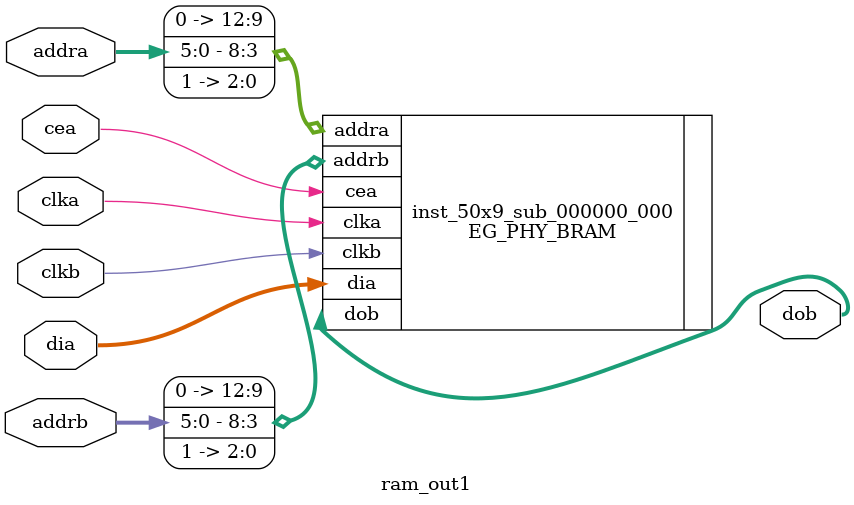
<source format=v>

`timescale 1ns / 1ps
module ram_out1  // al_ip/ann/ram_out1.v(14)
  (
  addra,
  addrb,
  cea,
  clka,
  clkb,
  dia,
  dob
  );

  input [5:0] addra;  // al_ip/ann/ram_out1.v(23)
  input [5:0] addrb;  // al_ip/ann/ram_out1.v(24)
  input cea;  // al_ip/ann/ram_out1.v(25)
  input clka;  // al_ip/ann/ram_out1.v(26)
  input clkb;  // al_ip/ann/ram_out1.v(27)
  input [8:0] dia;  // al_ip/ann/ram_out1.v(22)
  output [8:0] dob;  // al_ip/ann/ram_out1.v(19)


  EG_PHY_CONFIG #(
    .DONE_PERSISTN("ENABLE"),
    .INIT_PERSISTN("ENABLE"),
    .JTAG_PERSISTN("DISABLE"),
    .PROGRAMN_PERSISTN("DISABLE"))
    config_inst ();
  // address_offset=0;data_offset=0;depth=50;width=9;num_section=1;width_per_section=9;section_size=9;working_depth=1024;working_width=9;address_step=1;bytes_in_per_section=1;
  EG_PHY_BRAM #(
    .CEBMUX("1"),
    .CSA0("1"),
    .CSA1("1"),
    .CSA2("1"),
    .CSB0("1"),
    .CSB1("1"),
    .CSB2("1"),
    .DATA_WIDTH_A("9"),
    .DATA_WIDTH_B("9"),
    .MODE("DP8K"),
    .OCEAMUX("0"),
    .OCEBMUX("0"),
    .REGMODE_A("NOREG"),
    .REGMODE_B("NOREG"),
    .RESETMODE("SYNC"),
    .RSTAMUX("0"),
    .RSTBMUX("0"),
    .WEAMUX("1"),
    .WEBMUX("0"),
    .WRITEMODE_A("NORMAL"),
    .WRITEMODE_B("NORMAL"))
    inst_50x9_sub_000000_000 (
    .addra({4'b0000,addra,3'b111}),
    .addrb({4'b0000,addrb,3'b111}),
    .cea(cea),
    .clka(clka),
    .clkb(clkb),
    .dia(dia),
    .dob(dob));

endmodule 


</source>
